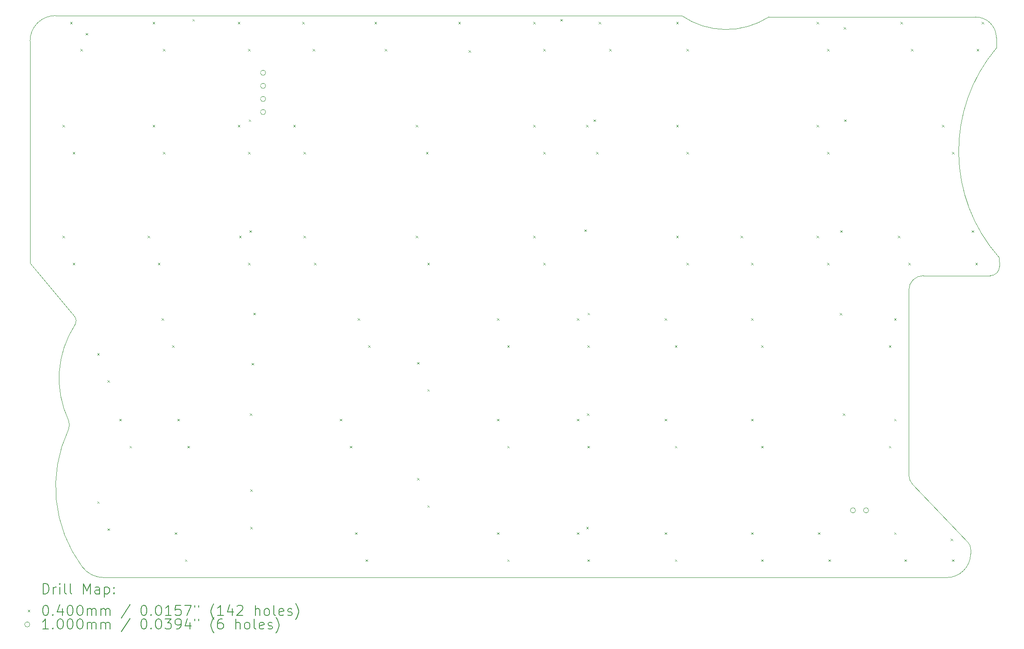
<source format=gbr>
%FSLAX45Y45*%
G04 Gerber Fmt 4.5, Leading zero omitted, Abs format (unit mm)*
G04 Created by KiCad (PCBNEW (6.0.6)) date 2023-02-02 00:20:57*
%MOMM*%
%LPD*%
G01*
G04 APERTURE LIST*
%TA.AperFunction,Profile*%
%ADD10C,0.100000*%
%TD*%
%ADD11C,0.200000*%
%ADD12C,0.040000*%
%ADD13C,0.100000*%
G04 APERTURE END LIST*
D10*
X22921112Y-8777189D02*
X24218912Y-8777189D01*
X24218912Y-8777180D02*
G75*
G03*
X24399220Y-8596803I-2J180310D01*
G01*
X5602012Y-8532221D02*
X6460512Y-9561193D01*
X6470890Y-9734339D02*
G75*
G03*
X6460461Y-9561193I-122670J79499D01*
G01*
X24336912Y-4160577D02*
X24336912Y-4363827D01*
X18234907Y-3732780D02*
G75*
G03*
X19926243Y-3759305I865603J1257860D01*
G01*
X22921112Y-8777179D02*
G75*
G03*
X22639519Y-9058781I-2J-281591D01*
G01*
X6345365Y-11765582D02*
G75*
G03*
X6611590Y-14423435I2353147J-1106555D01*
G01*
X23372712Y-14634177D02*
X7030812Y-14634177D01*
X6470931Y-9734343D02*
G75*
G03*
X6345429Y-11578585I1597381J-1035094D01*
G01*
X23840238Y-14085654D02*
G75*
G03*
X23787369Y-13950968I-190928J2774D01*
G01*
X6090712Y-3732787D02*
X18234912Y-3732787D01*
X22716312Y-12829977D02*
X23787412Y-13950967D01*
X23840212Y-14085657D02*
X23838912Y-14174707D01*
X19926312Y-3759307D02*
X23936812Y-3759307D01*
X5602012Y-8532221D02*
X5602012Y-4221547D01*
X24336948Y-4363804D02*
G75*
G03*
X24391097Y-8424470I2374264J-1999033D01*
G01*
X6345335Y-11765589D02*
G75*
G03*
X6345377Y-11578601I-198925J93539D01*
G01*
X24391012Y-8424477D02*
X24399212Y-8596803D01*
X22639612Y-12638587D02*
X22639612Y-9058781D01*
X22639574Y-12638587D02*
G75*
G03*
X22716308Y-12829975I277036J-3D01*
G01*
X6090712Y-3732785D02*
G75*
G03*
X5601950Y-4221547I0J-488762D01*
G01*
X23372712Y-14634180D02*
G75*
G03*
X23838921Y-14174698I-2J466260D01*
G01*
X6611551Y-14423431D02*
G75*
G03*
X7030812Y-14634183I419259J311652D01*
G01*
X24336878Y-4160577D02*
G75*
G03*
X23936757Y-3759313I-401268J-3D01*
G01*
D11*
D12*
X6230000Y-5855000D02*
X6270000Y-5895000D01*
X6270000Y-5855000D02*
X6230000Y-5895000D01*
X6230000Y-8005000D02*
X6270000Y-8045000D01*
X6270000Y-8005000D02*
X6230000Y-8045000D01*
X6380000Y-3855000D02*
X6420000Y-3895000D01*
X6420000Y-3855000D02*
X6380000Y-3895000D01*
X6430000Y-6380000D02*
X6470000Y-6420000D01*
X6470000Y-6380000D02*
X6430000Y-6420000D01*
X6430000Y-8530000D02*
X6470000Y-8570000D01*
X6470000Y-8530000D02*
X6430000Y-8570000D01*
X6580000Y-4380000D02*
X6620000Y-4420000D01*
X6620000Y-4380000D02*
X6580000Y-4420000D01*
X6680000Y-4070000D02*
X6720000Y-4110000D01*
X6720000Y-4070000D02*
X6680000Y-4110000D01*
X6905000Y-10280000D02*
X6945000Y-10320000D01*
X6945000Y-10280000D02*
X6905000Y-10320000D01*
X6905000Y-13155000D02*
X6945000Y-13195000D01*
X6945000Y-13155000D02*
X6905000Y-13195000D01*
X7105000Y-10805000D02*
X7145000Y-10845000D01*
X7145000Y-10805000D02*
X7105000Y-10845000D01*
X7105000Y-13680000D02*
X7145000Y-13720000D01*
X7145000Y-13680000D02*
X7105000Y-13720000D01*
X7330000Y-11555000D02*
X7370000Y-11595000D01*
X7370000Y-11555000D02*
X7330000Y-11595000D01*
X7530000Y-12080000D02*
X7570000Y-12120000D01*
X7570000Y-12080000D02*
X7530000Y-12120000D01*
X7880000Y-8005000D02*
X7920000Y-8045000D01*
X7920000Y-8005000D02*
X7880000Y-8045000D01*
X7980000Y-3855000D02*
X8020000Y-3895000D01*
X8020000Y-3855000D02*
X7980000Y-3895000D01*
X7980000Y-5855000D02*
X8020000Y-5895000D01*
X8020000Y-5855000D02*
X7980000Y-5895000D01*
X8080000Y-8530000D02*
X8120000Y-8570000D01*
X8120000Y-8530000D02*
X8080000Y-8570000D01*
X8155000Y-9605000D02*
X8195000Y-9645000D01*
X8195000Y-9605000D02*
X8155000Y-9645000D01*
X8180000Y-4380000D02*
X8220000Y-4420000D01*
X8220000Y-4380000D02*
X8180000Y-4420000D01*
X8180000Y-6380000D02*
X8220000Y-6420000D01*
X8220000Y-6380000D02*
X8180000Y-6420000D01*
X8355000Y-10130000D02*
X8395000Y-10170000D01*
X8395000Y-10130000D02*
X8355000Y-10170000D01*
X8405000Y-13755000D02*
X8445000Y-13795000D01*
X8445000Y-13755000D02*
X8405000Y-13795000D01*
X8455000Y-11555000D02*
X8495000Y-11595000D01*
X8495000Y-11555000D02*
X8455000Y-11595000D01*
X8605000Y-14280000D02*
X8645000Y-14320000D01*
X8645000Y-14280000D02*
X8605000Y-14320000D01*
X8655000Y-12080000D02*
X8695000Y-12120000D01*
X8695000Y-12080000D02*
X8655000Y-12120000D01*
X8750000Y-3800000D02*
X8790000Y-3840000D01*
X8790000Y-3800000D02*
X8750000Y-3840000D01*
X9630000Y-3855000D02*
X9670000Y-3895000D01*
X9670000Y-3855000D02*
X9630000Y-3895000D01*
X9630000Y-5855000D02*
X9670000Y-5895000D01*
X9670000Y-5855000D02*
X9630000Y-5895000D01*
X9655000Y-8005000D02*
X9695000Y-8045000D01*
X9695000Y-8005000D02*
X9655000Y-8045000D01*
X9830000Y-4380000D02*
X9870000Y-4420000D01*
X9870000Y-4380000D02*
X9830000Y-4420000D01*
X9830000Y-6380000D02*
X9870000Y-6420000D01*
X9870000Y-6380000D02*
X9830000Y-6420000D01*
X9830000Y-8530000D02*
X9870000Y-8570000D01*
X9870000Y-8530000D02*
X9830000Y-8570000D01*
X9842500Y-5747500D02*
X9882500Y-5787500D01*
X9882500Y-5747500D02*
X9842500Y-5787500D01*
X9857500Y-7897500D02*
X9897500Y-7937500D01*
X9897500Y-7897500D02*
X9857500Y-7937500D01*
X9862500Y-11447500D02*
X9902500Y-11487500D01*
X9902500Y-11447500D02*
X9862500Y-11487500D01*
X9870000Y-12920000D02*
X9910000Y-12960000D01*
X9910000Y-12920000D02*
X9870000Y-12960000D01*
X9872500Y-13647500D02*
X9912500Y-13687500D01*
X9912500Y-13647500D02*
X9872500Y-13687500D01*
X9900000Y-10470000D02*
X9940000Y-10510000D01*
X9940000Y-10470000D02*
X9900000Y-10510000D01*
X9932500Y-9497500D02*
X9972500Y-9537500D01*
X9972500Y-9497500D02*
X9932500Y-9537500D01*
X10705000Y-5855000D02*
X10745000Y-5895000D01*
X10745000Y-5855000D02*
X10705000Y-5895000D01*
X10880000Y-3855000D02*
X10920000Y-3895000D01*
X10920000Y-3855000D02*
X10880000Y-3895000D01*
X10905000Y-6380000D02*
X10945000Y-6420000D01*
X10945000Y-6380000D02*
X10905000Y-6420000D01*
X10905000Y-8005000D02*
X10945000Y-8045000D01*
X10945000Y-8005000D02*
X10905000Y-8045000D01*
X11080000Y-4380000D02*
X11120000Y-4420000D01*
X11120000Y-4380000D02*
X11080000Y-4420000D01*
X11105000Y-8530000D02*
X11145000Y-8570000D01*
X11145000Y-8530000D02*
X11105000Y-8570000D01*
X11605000Y-11555000D02*
X11645000Y-11595000D01*
X11645000Y-11555000D02*
X11605000Y-11595000D01*
X11805000Y-12080000D02*
X11845000Y-12120000D01*
X11845000Y-12080000D02*
X11805000Y-12120000D01*
X11905000Y-13755000D02*
X11945000Y-13795000D01*
X11945000Y-13755000D02*
X11905000Y-13795000D01*
X11955000Y-9605000D02*
X11995000Y-9645000D01*
X11995000Y-9605000D02*
X11955000Y-9645000D01*
X12105000Y-14280000D02*
X12145000Y-14320000D01*
X12145000Y-14280000D02*
X12105000Y-14320000D01*
X12155000Y-10130000D02*
X12195000Y-10170000D01*
X12195000Y-10130000D02*
X12155000Y-10170000D01*
X12280000Y-3855000D02*
X12320000Y-3895000D01*
X12320000Y-3855000D02*
X12280000Y-3895000D01*
X12480000Y-4380000D02*
X12520000Y-4420000D01*
X12520000Y-4380000D02*
X12480000Y-4420000D01*
X13080000Y-5855000D02*
X13120000Y-5895000D01*
X13120000Y-5855000D02*
X13080000Y-5895000D01*
X13080000Y-8005000D02*
X13120000Y-8045000D01*
X13120000Y-8005000D02*
X13080000Y-8045000D01*
X13105000Y-10455000D02*
X13145000Y-10495000D01*
X13145000Y-10455000D02*
X13105000Y-10495000D01*
X13105000Y-12705000D02*
X13145000Y-12745000D01*
X13145000Y-12705000D02*
X13105000Y-12745000D01*
X13280000Y-6380000D02*
X13320000Y-6420000D01*
X13320000Y-6380000D02*
X13280000Y-6420000D01*
X13305000Y-8530000D02*
X13345000Y-8570000D01*
X13345000Y-8530000D02*
X13305000Y-8570000D01*
X13305000Y-10980000D02*
X13345000Y-11020000D01*
X13345000Y-10980000D02*
X13305000Y-11020000D01*
X13305000Y-13230000D02*
X13345000Y-13270000D01*
X13345000Y-13230000D02*
X13305000Y-13270000D01*
X13905000Y-3855000D02*
X13945000Y-3895000D01*
X13945000Y-3855000D02*
X13905000Y-3895000D01*
X14105000Y-4405000D02*
X14145000Y-4445000D01*
X14145000Y-4405000D02*
X14105000Y-4445000D01*
X14655000Y-9605000D02*
X14695000Y-9645000D01*
X14695000Y-9605000D02*
X14655000Y-9645000D01*
X14655000Y-11555000D02*
X14695000Y-11595000D01*
X14695000Y-11555000D02*
X14655000Y-11595000D01*
X14655000Y-13755000D02*
X14695000Y-13795000D01*
X14695000Y-13755000D02*
X14655000Y-13795000D01*
X14855000Y-10130000D02*
X14895000Y-10170000D01*
X14895000Y-10130000D02*
X14855000Y-10170000D01*
X14855000Y-12080000D02*
X14895000Y-12120000D01*
X14895000Y-12080000D02*
X14855000Y-12120000D01*
X14855000Y-14280000D02*
X14895000Y-14320000D01*
X14895000Y-14280000D02*
X14855000Y-14320000D01*
X15355000Y-3855000D02*
X15395000Y-3895000D01*
X15395000Y-3855000D02*
X15355000Y-3895000D01*
X15355000Y-5855000D02*
X15395000Y-5895000D01*
X15395000Y-5855000D02*
X15355000Y-5895000D01*
X15355000Y-8005000D02*
X15395000Y-8045000D01*
X15395000Y-8005000D02*
X15355000Y-8045000D01*
X15555000Y-4380000D02*
X15595000Y-4420000D01*
X15595000Y-4380000D02*
X15555000Y-4420000D01*
X15555000Y-6380000D02*
X15595000Y-6420000D01*
X15595000Y-6380000D02*
X15555000Y-6420000D01*
X15555000Y-8530000D02*
X15595000Y-8570000D01*
X15595000Y-8530000D02*
X15555000Y-8570000D01*
X15880000Y-3800000D02*
X15920000Y-3840000D01*
X15920000Y-3800000D02*
X15880000Y-3840000D01*
X16205000Y-9605000D02*
X16245000Y-9645000D01*
X16245000Y-9605000D02*
X16205000Y-9645000D01*
X16205000Y-11555000D02*
X16245000Y-11595000D01*
X16245000Y-11555000D02*
X16205000Y-11595000D01*
X16205000Y-13755000D02*
X16245000Y-13795000D01*
X16245000Y-13755000D02*
X16205000Y-13795000D01*
X16350000Y-7880000D02*
X16390000Y-7920000D01*
X16390000Y-7880000D02*
X16350000Y-7920000D01*
X16380000Y-5855000D02*
X16420000Y-5895000D01*
X16420000Y-5855000D02*
X16380000Y-5895000D01*
X16387500Y-13647500D02*
X16427500Y-13687500D01*
X16427500Y-13647500D02*
X16387500Y-13687500D01*
X16397500Y-11447500D02*
X16437500Y-11487500D01*
X16437500Y-11447500D02*
X16397500Y-11487500D01*
X16405000Y-10130000D02*
X16445000Y-10170000D01*
X16445000Y-10130000D02*
X16405000Y-10170000D01*
X16405000Y-12080000D02*
X16445000Y-12120000D01*
X16445000Y-12080000D02*
X16405000Y-12120000D01*
X16405000Y-14280000D02*
X16445000Y-14320000D01*
X16445000Y-14280000D02*
X16405000Y-14320000D01*
X16412500Y-9497500D02*
X16452500Y-9537500D01*
X16452500Y-9497500D02*
X16412500Y-9537500D01*
X16527500Y-5747500D02*
X16567500Y-5787500D01*
X16567500Y-5747500D02*
X16527500Y-5787500D01*
X16580000Y-6380000D02*
X16620000Y-6420000D01*
X16620000Y-6380000D02*
X16580000Y-6420000D01*
X16630000Y-3855000D02*
X16670000Y-3895000D01*
X16670000Y-3855000D02*
X16630000Y-3895000D01*
X16830000Y-4380000D02*
X16870000Y-4420000D01*
X16870000Y-4380000D02*
X16830000Y-4420000D01*
X17905000Y-9605000D02*
X17945000Y-9645000D01*
X17945000Y-9605000D02*
X17905000Y-9645000D01*
X17905000Y-11555000D02*
X17945000Y-11595000D01*
X17945000Y-11555000D02*
X17905000Y-11595000D01*
X17905000Y-13755000D02*
X17945000Y-13795000D01*
X17945000Y-13755000D02*
X17905000Y-13795000D01*
X18105000Y-10130000D02*
X18145000Y-10170000D01*
X18145000Y-10130000D02*
X18105000Y-10170000D01*
X18105000Y-12080000D02*
X18145000Y-12120000D01*
X18145000Y-12080000D02*
X18105000Y-12120000D01*
X18105000Y-14280000D02*
X18145000Y-14320000D01*
X18145000Y-14280000D02*
X18105000Y-14320000D01*
X18130000Y-3855000D02*
X18170000Y-3895000D01*
X18170000Y-3855000D02*
X18130000Y-3895000D01*
X18130000Y-5855000D02*
X18170000Y-5895000D01*
X18170000Y-5855000D02*
X18130000Y-5895000D01*
X18130000Y-8005000D02*
X18170000Y-8045000D01*
X18170000Y-8005000D02*
X18130000Y-8045000D01*
X18330000Y-4380000D02*
X18370000Y-4420000D01*
X18370000Y-4380000D02*
X18330000Y-4420000D01*
X18330000Y-6380000D02*
X18370000Y-6420000D01*
X18370000Y-6380000D02*
X18330000Y-6420000D01*
X18330000Y-8530000D02*
X18370000Y-8570000D01*
X18370000Y-8530000D02*
X18330000Y-8570000D01*
X19380000Y-8005000D02*
X19420000Y-8045000D01*
X19420000Y-8005000D02*
X19380000Y-8045000D01*
X19580000Y-8530000D02*
X19620000Y-8570000D01*
X19620000Y-8530000D02*
X19580000Y-8570000D01*
X19580000Y-9605000D02*
X19620000Y-9645000D01*
X19620000Y-9605000D02*
X19580000Y-9645000D01*
X19580000Y-11555000D02*
X19620000Y-11595000D01*
X19620000Y-11555000D02*
X19580000Y-11595000D01*
X19580000Y-13755000D02*
X19620000Y-13795000D01*
X19620000Y-13755000D02*
X19580000Y-13795000D01*
X19780000Y-10130000D02*
X19820000Y-10170000D01*
X19820000Y-10130000D02*
X19780000Y-10170000D01*
X19780000Y-12080000D02*
X19820000Y-12120000D01*
X19820000Y-12080000D02*
X19780000Y-12120000D01*
X19780000Y-14280000D02*
X19820000Y-14320000D01*
X19820000Y-14280000D02*
X19780000Y-14320000D01*
X20855000Y-3855000D02*
X20895000Y-3895000D01*
X20895000Y-3855000D02*
X20855000Y-3895000D01*
X20855000Y-5855000D02*
X20895000Y-5895000D01*
X20895000Y-5855000D02*
X20855000Y-5895000D01*
X20855000Y-8005000D02*
X20895000Y-8045000D01*
X20895000Y-8005000D02*
X20855000Y-8045000D01*
X20880000Y-13755000D02*
X20920000Y-13795000D01*
X20920000Y-13755000D02*
X20880000Y-13795000D01*
X21055000Y-4380000D02*
X21095000Y-4420000D01*
X21095000Y-4380000D02*
X21055000Y-4420000D01*
X21055000Y-6380000D02*
X21095000Y-6420000D01*
X21095000Y-6380000D02*
X21055000Y-6420000D01*
X21055000Y-8530000D02*
X21095000Y-8570000D01*
X21095000Y-8530000D02*
X21055000Y-8570000D01*
X21080000Y-14280000D02*
X21120000Y-14320000D01*
X21120000Y-14280000D02*
X21080000Y-14320000D01*
X21300000Y-9500000D02*
X21340000Y-9540000D01*
X21340000Y-9500000D02*
X21300000Y-9540000D01*
X21312500Y-7897500D02*
X21352500Y-7937500D01*
X21352500Y-7897500D02*
X21312500Y-7937500D01*
X21360000Y-11450000D02*
X21400000Y-11490000D01*
X21400000Y-11450000D02*
X21360000Y-11490000D01*
X21375000Y-3955000D02*
X21415000Y-3995000D01*
X21415000Y-3955000D02*
X21375000Y-3995000D01*
X21387500Y-5747500D02*
X21427500Y-5787500D01*
X21427500Y-5747500D02*
X21387500Y-5787500D01*
X22255000Y-10130000D02*
X22295000Y-10170000D01*
X22295000Y-10130000D02*
X22255000Y-10170000D01*
X22255000Y-12080000D02*
X22295000Y-12120000D01*
X22295000Y-12080000D02*
X22255000Y-12120000D01*
X22355000Y-9605000D02*
X22395000Y-9645000D01*
X22395000Y-9605000D02*
X22355000Y-9645000D01*
X22355000Y-11555000D02*
X22395000Y-11595000D01*
X22395000Y-11555000D02*
X22355000Y-11595000D01*
X22355000Y-13755000D02*
X22395000Y-13795000D01*
X22395000Y-13755000D02*
X22355000Y-13795000D01*
X22430000Y-8005000D02*
X22470000Y-8045000D01*
X22470000Y-8005000D02*
X22430000Y-8045000D01*
X22480000Y-3855000D02*
X22520000Y-3895000D01*
X22520000Y-3855000D02*
X22480000Y-3895000D01*
X22555000Y-14280000D02*
X22595000Y-14320000D01*
X22595000Y-14280000D02*
X22555000Y-14320000D01*
X22630000Y-8530000D02*
X22670000Y-8570000D01*
X22670000Y-8530000D02*
X22630000Y-8570000D01*
X22680000Y-4380000D02*
X22720000Y-4420000D01*
X22720000Y-4380000D02*
X22680000Y-4420000D01*
X23280000Y-5855000D02*
X23320000Y-5895000D01*
X23320000Y-5855000D02*
X23280000Y-5895000D01*
X23455000Y-13880000D02*
X23495000Y-13920000D01*
X23495000Y-13880000D02*
X23455000Y-13920000D01*
X23480000Y-6380000D02*
X23520000Y-6420000D01*
X23520000Y-6380000D02*
X23480000Y-6420000D01*
X23480000Y-14280000D02*
X23520000Y-14320000D01*
X23520000Y-14280000D02*
X23480000Y-14320000D01*
X23860585Y-7897384D02*
X23900585Y-7937384D01*
X23900585Y-7897384D02*
X23860585Y-7937384D01*
X23930000Y-8530000D02*
X23970000Y-8570000D01*
X23970000Y-8530000D02*
X23930000Y-8570000D01*
X23955000Y-4380000D02*
X23995000Y-4420000D01*
X23995000Y-4380000D02*
X23955000Y-4420000D01*
X24055000Y-3855000D02*
X24095000Y-3895000D01*
X24095000Y-3855000D02*
X24055000Y-3895000D01*
D13*
X10170000Y-4840000D02*
G75*
G03*
X10170000Y-4840000I-50000J0D01*
G01*
X10170000Y-5094000D02*
G75*
G03*
X10170000Y-5094000I-50000J0D01*
G01*
X10170000Y-5348000D02*
G75*
G03*
X10170000Y-5348000I-50000J0D01*
G01*
X10170000Y-5602000D02*
G75*
G03*
X10170000Y-5602000I-50000J0D01*
G01*
X21606000Y-13330000D02*
G75*
G03*
X21606000Y-13330000I-50000J0D01*
G01*
X21860000Y-13330000D02*
G75*
G03*
X21860000Y-13330000I-50000J0D01*
G01*
D11*
X5854569Y-14949659D02*
X5854569Y-14749659D01*
X5902188Y-14749659D01*
X5930760Y-14759183D01*
X5949807Y-14778230D01*
X5959331Y-14797278D01*
X5968855Y-14835373D01*
X5968855Y-14863945D01*
X5959331Y-14902040D01*
X5949807Y-14921087D01*
X5930760Y-14940135D01*
X5902188Y-14949659D01*
X5854569Y-14949659D01*
X6054569Y-14949659D02*
X6054569Y-14816326D01*
X6054569Y-14854421D02*
X6064093Y-14835373D01*
X6073617Y-14825849D01*
X6092664Y-14816326D01*
X6111712Y-14816326D01*
X6178379Y-14949659D02*
X6178379Y-14816326D01*
X6178379Y-14749659D02*
X6168855Y-14759183D01*
X6178379Y-14768707D01*
X6187902Y-14759183D01*
X6178379Y-14749659D01*
X6178379Y-14768707D01*
X6302188Y-14949659D02*
X6283141Y-14940135D01*
X6273617Y-14921087D01*
X6273617Y-14749659D01*
X6406950Y-14949659D02*
X6387902Y-14940135D01*
X6378379Y-14921087D01*
X6378379Y-14749659D01*
X6635522Y-14949659D02*
X6635522Y-14749659D01*
X6702188Y-14892516D01*
X6768855Y-14749659D01*
X6768855Y-14949659D01*
X6949807Y-14949659D02*
X6949807Y-14844897D01*
X6940283Y-14825849D01*
X6921236Y-14816326D01*
X6883141Y-14816326D01*
X6864093Y-14825849D01*
X6949807Y-14940135D02*
X6930760Y-14949659D01*
X6883141Y-14949659D01*
X6864093Y-14940135D01*
X6854569Y-14921087D01*
X6854569Y-14902040D01*
X6864093Y-14882992D01*
X6883141Y-14873468D01*
X6930760Y-14873468D01*
X6949807Y-14863945D01*
X7045045Y-14816326D02*
X7045045Y-15016326D01*
X7045045Y-14825849D02*
X7064093Y-14816326D01*
X7102188Y-14816326D01*
X7121236Y-14825849D01*
X7130760Y-14835373D01*
X7140283Y-14854421D01*
X7140283Y-14911564D01*
X7130760Y-14930611D01*
X7121236Y-14940135D01*
X7102188Y-14949659D01*
X7064093Y-14949659D01*
X7045045Y-14940135D01*
X7225998Y-14930611D02*
X7235522Y-14940135D01*
X7225998Y-14949659D01*
X7216474Y-14940135D01*
X7225998Y-14930611D01*
X7225998Y-14949659D01*
X7225998Y-14825849D02*
X7235522Y-14835373D01*
X7225998Y-14844897D01*
X7216474Y-14835373D01*
X7225998Y-14825849D01*
X7225998Y-14844897D01*
D12*
X5556950Y-15259183D02*
X5596950Y-15299183D01*
X5596950Y-15259183D02*
X5556950Y-15299183D01*
D11*
X5892664Y-15169659D02*
X5911712Y-15169659D01*
X5930760Y-15179183D01*
X5940283Y-15188707D01*
X5949807Y-15207754D01*
X5959331Y-15245849D01*
X5959331Y-15293468D01*
X5949807Y-15331564D01*
X5940283Y-15350611D01*
X5930760Y-15360135D01*
X5911712Y-15369659D01*
X5892664Y-15369659D01*
X5873617Y-15360135D01*
X5864093Y-15350611D01*
X5854569Y-15331564D01*
X5845045Y-15293468D01*
X5845045Y-15245849D01*
X5854569Y-15207754D01*
X5864093Y-15188707D01*
X5873617Y-15179183D01*
X5892664Y-15169659D01*
X6045045Y-15350611D02*
X6054569Y-15360135D01*
X6045045Y-15369659D01*
X6035522Y-15360135D01*
X6045045Y-15350611D01*
X6045045Y-15369659D01*
X6225998Y-15236326D02*
X6225998Y-15369659D01*
X6178379Y-15160135D02*
X6130760Y-15302992D01*
X6254569Y-15302992D01*
X6368855Y-15169659D02*
X6387902Y-15169659D01*
X6406950Y-15179183D01*
X6416474Y-15188707D01*
X6425998Y-15207754D01*
X6435522Y-15245849D01*
X6435522Y-15293468D01*
X6425998Y-15331564D01*
X6416474Y-15350611D01*
X6406950Y-15360135D01*
X6387902Y-15369659D01*
X6368855Y-15369659D01*
X6349807Y-15360135D01*
X6340283Y-15350611D01*
X6330760Y-15331564D01*
X6321236Y-15293468D01*
X6321236Y-15245849D01*
X6330760Y-15207754D01*
X6340283Y-15188707D01*
X6349807Y-15179183D01*
X6368855Y-15169659D01*
X6559331Y-15169659D02*
X6578379Y-15169659D01*
X6597426Y-15179183D01*
X6606950Y-15188707D01*
X6616474Y-15207754D01*
X6625998Y-15245849D01*
X6625998Y-15293468D01*
X6616474Y-15331564D01*
X6606950Y-15350611D01*
X6597426Y-15360135D01*
X6578379Y-15369659D01*
X6559331Y-15369659D01*
X6540283Y-15360135D01*
X6530760Y-15350611D01*
X6521236Y-15331564D01*
X6511712Y-15293468D01*
X6511712Y-15245849D01*
X6521236Y-15207754D01*
X6530760Y-15188707D01*
X6540283Y-15179183D01*
X6559331Y-15169659D01*
X6711712Y-15369659D02*
X6711712Y-15236326D01*
X6711712Y-15255373D02*
X6721236Y-15245849D01*
X6740283Y-15236326D01*
X6768855Y-15236326D01*
X6787902Y-15245849D01*
X6797426Y-15264897D01*
X6797426Y-15369659D01*
X6797426Y-15264897D02*
X6806950Y-15245849D01*
X6825998Y-15236326D01*
X6854569Y-15236326D01*
X6873617Y-15245849D01*
X6883141Y-15264897D01*
X6883141Y-15369659D01*
X6978379Y-15369659D02*
X6978379Y-15236326D01*
X6978379Y-15255373D02*
X6987902Y-15245849D01*
X7006950Y-15236326D01*
X7035522Y-15236326D01*
X7054569Y-15245849D01*
X7064093Y-15264897D01*
X7064093Y-15369659D01*
X7064093Y-15264897D02*
X7073617Y-15245849D01*
X7092664Y-15236326D01*
X7121236Y-15236326D01*
X7140283Y-15245849D01*
X7149807Y-15264897D01*
X7149807Y-15369659D01*
X7540283Y-15160135D02*
X7368855Y-15417278D01*
X7797426Y-15169659D02*
X7816474Y-15169659D01*
X7835522Y-15179183D01*
X7845045Y-15188707D01*
X7854569Y-15207754D01*
X7864093Y-15245849D01*
X7864093Y-15293468D01*
X7854569Y-15331564D01*
X7845045Y-15350611D01*
X7835522Y-15360135D01*
X7816474Y-15369659D01*
X7797426Y-15369659D01*
X7778379Y-15360135D01*
X7768855Y-15350611D01*
X7759331Y-15331564D01*
X7749807Y-15293468D01*
X7749807Y-15245849D01*
X7759331Y-15207754D01*
X7768855Y-15188707D01*
X7778379Y-15179183D01*
X7797426Y-15169659D01*
X7949807Y-15350611D02*
X7959331Y-15360135D01*
X7949807Y-15369659D01*
X7940283Y-15360135D01*
X7949807Y-15350611D01*
X7949807Y-15369659D01*
X8083141Y-15169659D02*
X8102188Y-15169659D01*
X8121236Y-15179183D01*
X8130760Y-15188707D01*
X8140283Y-15207754D01*
X8149807Y-15245849D01*
X8149807Y-15293468D01*
X8140283Y-15331564D01*
X8130760Y-15350611D01*
X8121236Y-15360135D01*
X8102188Y-15369659D01*
X8083141Y-15369659D01*
X8064093Y-15360135D01*
X8054569Y-15350611D01*
X8045045Y-15331564D01*
X8035522Y-15293468D01*
X8035522Y-15245849D01*
X8045045Y-15207754D01*
X8054569Y-15188707D01*
X8064093Y-15179183D01*
X8083141Y-15169659D01*
X8340283Y-15369659D02*
X8225998Y-15369659D01*
X8283141Y-15369659D02*
X8283141Y-15169659D01*
X8264093Y-15198230D01*
X8245045Y-15217278D01*
X8225998Y-15226802D01*
X8521236Y-15169659D02*
X8425998Y-15169659D01*
X8416474Y-15264897D01*
X8425998Y-15255373D01*
X8445045Y-15245849D01*
X8492664Y-15245849D01*
X8511712Y-15255373D01*
X8521236Y-15264897D01*
X8530760Y-15283945D01*
X8530760Y-15331564D01*
X8521236Y-15350611D01*
X8511712Y-15360135D01*
X8492664Y-15369659D01*
X8445045Y-15369659D01*
X8425998Y-15360135D01*
X8416474Y-15350611D01*
X8597426Y-15169659D02*
X8730760Y-15169659D01*
X8645045Y-15369659D01*
X8797426Y-15169659D02*
X8797426Y-15207754D01*
X8873617Y-15169659D02*
X8873617Y-15207754D01*
X9168855Y-15445849D02*
X9159331Y-15436326D01*
X9140284Y-15407754D01*
X9130760Y-15388707D01*
X9121236Y-15360135D01*
X9111712Y-15312516D01*
X9111712Y-15274421D01*
X9121236Y-15226802D01*
X9130760Y-15198230D01*
X9140284Y-15179183D01*
X9159331Y-15150611D01*
X9168855Y-15141087D01*
X9349807Y-15369659D02*
X9235522Y-15369659D01*
X9292664Y-15369659D02*
X9292664Y-15169659D01*
X9273617Y-15198230D01*
X9254569Y-15217278D01*
X9235522Y-15226802D01*
X9521236Y-15236326D02*
X9521236Y-15369659D01*
X9473617Y-15160135D02*
X9425998Y-15302992D01*
X9549807Y-15302992D01*
X9616474Y-15188707D02*
X9625998Y-15179183D01*
X9645045Y-15169659D01*
X9692664Y-15169659D01*
X9711712Y-15179183D01*
X9721236Y-15188707D01*
X9730760Y-15207754D01*
X9730760Y-15226802D01*
X9721236Y-15255373D01*
X9606950Y-15369659D01*
X9730760Y-15369659D01*
X9968855Y-15369659D02*
X9968855Y-15169659D01*
X10054569Y-15369659D02*
X10054569Y-15264897D01*
X10045045Y-15245849D01*
X10025998Y-15236326D01*
X9997426Y-15236326D01*
X9978379Y-15245849D01*
X9968855Y-15255373D01*
X10178379Y-15369659D02*
X10159331Y-15360135D01*
X10149807Y-15350611D01*
X10140284Y-15331564D01*
X10140284Y-15274421D01*
X10149807Y-15255373D01*
X10159331Y-15245849D01*
X10178379Y-15236326D01*
X10206950Y-15236326D01*
X10225998Y-15245849D01*
X10235522Y-15255373D01*
X10245045Y-15274421D01*
X10245045Y-15331564D01*
X10235522Y-15350611D01*
X10225998Y-15360135D01*
X10206950Y-15369659D01*
X10178379Y-15369659D01*
X10359331Y-15369659D02*
X10340284Y-15360135D01*
X10330760Y-15341087D01*
X10330760Y-15169659D01*
X10511712Y-15360135D02*
X10492664Y-15369659D01*
X10454569Y-15369659D01*
X10435522Y-15360135D01*
X10425998Y-15341087D01*
X10425998Y-15264897D01*
X10435522Y-15245849D01*
X10454569Y-15236326D01*
X10492664Y-15236326D01*
X10511712Y-15245849D01*
X10521236Y-15264897D01*
X10521236Y-15283945D01*
X10425998Y-15302992D01*
X10597426Y-15360135D02*
X10616474Y-15369659D01*
X10654569Y-15369659D01*
X10673617Y-15360135D01*
X10683141Y-15341087D01*
X10683141Y-15331564D01*
X10673617Y-15312516D01*
X10654569Y-15302992D01*
X10625998Y-15302992D01*
X10606950Y-15293468D01*
X10597426Y-15274421D01*
X10597426Y-15264897D01*
X10606950Y-15245849D01*
X10625998Y-15236326D01*
X10654569Y-15236326D01*
X10673617Y-15245849D01*
X10749807Y-15445849D02*
X10759331Y-15436326D01*
X10778379Y-15407754D01*
X10787903Y-15388707D01*
X10797426Y-15360135D01*
X10806950Y-15312516D01*
X10806950Y-15274421D01*
X10797426Y-15226802D01*
X10787903Y-15198230D01*
X10778379Y-15179183D01*
X10759331Y-15150611D01*
X10749807Y-15141087D01*
D13*
X5596950Y-15543183D02*
G75*
G03*
X5596950Y-15543183I-50000J0D01*
G01*
D11*
X5959331Y-15633659D02*
X5845045Y-15633659D01*
X5902188Y-15633659D02*
X5902188Y-15433659D01*
X5883141Y-15462230D01*
X5864093Y-15481278D01*
X5845045Y-15490802D01*
X6045045Y-15614611D02*
X6054569Y-15624135D01*
X6045045Y-15633659D01*
X6035522Y-15624135D01*
X6045045Y-15614611D01*
X6045045Y-15633659D01*
X6178379Y-15433659D02*
X6197426Y-15433659D01*
X6216474Y-15443183D01*
X6225998Y-15452707D01*
X6235522Y-15471754D01*
X6245045Y-15509849D01*
X6245045Y-15557468D01*
X6235522Y-15595564D01*
X6225998Y-15614611D01*
X6216474Y-15624135D01*
X6197426Y-15633659D01*
X6178379Y-15633659D01*
X6159331Y-15624135D01*
X6149807Y-15614611D01*
X6140283Y-15595564D01*
X6130760Y-15557468D01*
X6130760Y-15509849D01*
X6140283Y-15471754D01*
X6149807Y-15452707D01*
X6159331Y-15443183D01*
X6178379Y-15433659D01*
X6368855Y-15433659D02*
X6387902Y-15433659D01*
X6406950Y-15443183D01*
X6416474Y-15452707D01*
X6425998Y-15471754D01*
X6435522Y-15509849D01*
X6435522Y-15557468D01*
X6425998Y-15595564D01*
X6416474Y-15614611D01*
X6406950Y-15624135D01*
X6387902Y-15633659D01*
X6368855Y-15633659D01*
X6349807Y-15624135D01*
X6340283Y-15614611D01*
X6330760Y-15595564D01*
X6321236Y-15557468D01*
X6321236Y-15509849D01*
X6330760Y-15471754D01*
X6340283Y-15452707D01*
X6349807Y-15443183D01*
X6368855Y-15433659D01*
X6559331Y-15433659D02*
X6578379Y-15433659D01*
X6597426Y-15443183D01*
X6606950Y-15452707D01*
X6616474Y-15471754D01*
X6625998Y-15509849D01*
X6625998Y-15557468D01*
X6616474Y-15595564D01*
X6606950Y-15614611D01*
X6597426Y-15624135D01*
X6578379Y-15633659D01*
X6559331Y-15633659D01*
X6540283Y-15624135D01*
X6530760Y-15614611D01*
X6521236Y-15595564D01*
X6511712Y-15557468D01*
X6511712Y-15509849D01*
X6521236Y-15471754D01*
X6530760Y-15452707D01*
X6540283Y-15443183D01*
X6559331Y-15433659D01*
X6711712Y-15633659D02*
X6711712Y-15500326D01*
X6711712Y-15519373D02*
X6721236Y-15509849D01*
X6740283Y-15500326D01*
X6768855Y-15500326D01*
X6787902Y-15509849D01*
X6797426Y-15528897D01*
X6797426Y-15633659D01*
X6797426Y-15528897D02*
X6806950Y-15509849D01*
X6825998Y-15500326D01*
X6854569Y-15500326D01*
X6873617Y-15509849D01*
X6883141Y-15528897D01*
X6883141Y-15633659D01*
X6978379Y-15633659D02*
X6978379Y-15500326D01*
X6978379Y-15519373D02*
X6987902Y-15509849D01*
X7006950Y-15500326D01*
X7035522Y-15500326D01*
X7054569Y-15509849D01*
X7064093Y-15528897D01*
X7064093Y-15633659D01*
X7064093Y-15528897D02*
X7073617Y-15509849D01*
X7092664Y-15500326D01*
X7121236Y-15500326D01*
X7140283Y-15509849D01*
X7149807Y-15528897D01*
X7149807Y-15633659D01*
X7540283Y-15424135D02*
X7368855Y-15681278D01*
X7797426Y-15433659D02*
X7816474Y-15433659D01*
X7835522Y-15443183D01*
X7845045Y-15452707D01*
X7854569Y-15471754D01*
X7864093Y-15509849D01*
X7864093Y-15557468D01*
X7854569Y-15595564D01*
X7845045Y-15614611D01*
X7835522Y-15624135D01*
X7816474Y-15633659D01*
X7797426Y-15633659D01*
X7778379Y-15624135D01*
X7768855Y-15614611D01*
X7759331Y-15595564D01*
X7749807Y-15557468D01*
X7749807Y-15509849D01*
X7759331Y-15471754D01*
X7768855Y-15452707D01*
X7778379Y-15443183D01*
X7797426Y-15433659D01*
X7949807Y-15614611D02*
X7959331Y-15624135D01*
X7949807Y-15633659D01*
X7940283Y-15624135D01*
X7949807Y-15614611D01*
X7949807Y-15633659D01*
X8083141Y-15433659D02*
X8102188Y-15433659D01*
X8121236Y-15443183D01*
X8130760Y-15452707D01*
X8140283Y-15471754D01*
X8149807Y-15509849D01*
X8149807Y-15557468D01*
X8140283Y-15595564D01*
X8130760Y-15614611D01*
X8121236Y-15624135D01*
X8102188Y-15633659D01*
X8083141Y-15633659D01*
X8064093Y-15624135D01*
X8054569Y-15614611D01*
X8045045Y-15595564D01*
X8035522Y-15557468D01*
X8035522Y-15509849D01*
X8045045Y-15471754D01*
X8054569Y-15452707D01*
X8064093Y-15443183D01*
X8083141Y-15433659D01*
X8216474Y-15433659D02*
X8340283Y-15433659D01*
X8273617Y-15509849D01*
X8302188Y-15509849D01*
X8321236Y-15519373D01*
X8330760Y-15528897D01*
X8340283Y-15547945D01*
X8340283Y-15595564D01*
X8330760Y-15614611D01*
X8321236Y-15624135D01*
X8302188Y-15633659D01*
X8245045Y-15633659D01*
X8225998Y-15624135D01*
X8216474Y-15614611D01*
X8435522Y-15633659D02*
X8473617Y-15633659D01*
X8492664Y-15624135D01*
X8502188Y-15614611D01*
X8521236Y-15586040D01*
X8530760Y-15547945D01*
X8530760Y-15471754D01*
X8521236Y-15452707D01*
X8511712Y-15443183D01*
X8492664Y-15433659D01*
X8454569Y-15433659D01*
X8435522Y-15443183D01*
X8425998Y-15452707D01*
X8416474Y-15471754D01*
X8416474Y-15519373D01*
X8425998Y-15538421D01*
X8435522Y-15547945D01*
X8454569Y-15557468D01*
X8492664Y-15557468D01*
X8511712Y-15547945D01*
X8521236Y-15538421D01*
X8530760Y-15519373D01*
X8702188Y-15500326D02*
X8702188Y-15633659D01*
X8654569Y-15424135D02*
X8606950Y-15566992D01*
X8730760Y-15566992D01*
X8797426Y-15433659D02*
X8797426Y-15471754D01*
X8873617Y-15433659D02*
X8873617Y-15471754D01*
X9168855Y-15709849D02*
X9159331Y-15700326D01*
X9140284Y-15671754D01*
X9130760Y-15652707D01*
X9121236Y-15624135D01*
X9111712Y-15576516D01*
X9111712Y-15538421D01*
X9121236Y-15490802D01*
X9130760Y-15462230D01*
X9140284Y-15443183D01*
X9159331Y-15414611D01*
X9168855Y-15405087D01*
X9330760Y-15433659D02*
X9292664Y-15433659D01*
X9273617Y-15443183D01*
X9264093Y-15452707D01*
X9245045Y-15481278D01*
X9235522Y-15519373D01*
X9235522Y-15595564D01*
X9245045Y-15614611D01*
X9254569Y-15624135D01*
X9273617Y-15633659D01*
X9311712Y-15633659D01*
X9330760Y-15624135D01*
X9340284Y-15614611D01*
X9349807Y-15595564D01*
X9349807Y-15547945D01*
X9340284Y-15528897D01*
X9330760Y-15519373D01*
X9311712Y-15509849D01*
X9273617Y-15509849D01*
X9254569Y-15519373D01*
X9245045Y-15528897D01*
X9235522Y-15547945D01*
X9587903Y-15633659D02*
X9587903Y-15433659D01*
X9673617Y-15633659D02*
X9673617Y-15528897D01*
X9664093Y-15509849D01*
X9645045Y-15500326D01*
X9616474Y-15500326D01*
X9597426Y-15509849D01*
X9587903Y-15519373D01*
X9797426Y-15633659D02*
X9778379Y-15624135D01*
X9768855Y-15614611D01*
X9759331Y-15595564D01*
X9759331Y-15538421D01*
X9768855Y-15519373D01*
X9778379Y-15509849D01*
X9797426Y-15500326D01*
X9825998Y-15500326D01*
X9845045Y-15509849D01*
X9854569Y-15519373D01*
X9864093Y-15538421D01*
X9864093Y-15595564D01*
X9854569Y-15614611D01*
X9845045Y-15624135D01*
X9825998Y-15633659D01*
X9797426Y-15633659D01*
X9978379Y-15633659D02*
X9959331Y-15624135D01*
X9949807Y-15605087D01*
X9949807Y-15433659D01*
X10130760Y-15624135D02*
X10111712Y-15633659D01*
X10073617Y-15633659D01*
X10054569Y-15624135D01*
X10045045Y-15605087D01*
X10045045Y-15528897D01*
X10054569Y-15509849D01*
X10073617Y-15500326D01*
X10111712Y-15500326D01*
X10130760Y-15509849D01*
X10140284Y-15528897D01*
X10140284Y-15547945D01*
X10045045Y-15566992D01*
X10216474Y-15624135D02*
X10235522Y-15633659D01*
X10273617Y-15633659D01*
X10292664Y-15624135D01*
X10302188Y-15605087D01*
X10302188Y-15595564D01*
X10292664Y-15576516D01*
X10273617Y-15566992D01*
X10245045Y-15566992D01*
X10225998Y-15557468D01*
X10216474Y-15538421D01*
X10216474Y-15528897D01*
X10225998Y-15509849D01*
X10245045Y-15500326D01*
X10273617Y-15500326D01*
X10292664Y-15509849D01*
X10368855Y-15709849D02*
X10378379Y-15700326D01*
X10397426Y-15671754D01*
X10406950Y-15652707D01*
X10416474Y-15624135D01*
X10425998Y-15576516D01*
X10425998Y-15538421D01*
X10416474Y-15490802D01*
X10406950Y-15462230D01*
X10397426Y-15443183D01*
X10378379Y-15414611D01*
X10368855Y-15405087D01*
M02*

</source>
